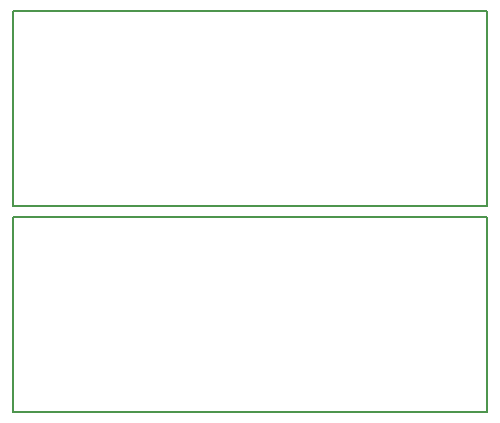
<source format=gko>
G04 Layer_Color=16711935*
%FSLAX43Y43*%
%MOMM*%
G71*
G01*
G75*
%ADD10C,0.203*%
D10*
X23Y17399D02*
X40155D01*
Y33909D01*
X23D02*
X40155D01*
X23Y17399D02*
Y33909D01*
X0Y0D02*
X40132D01*
Y16510D01*
X0D02*
X40132D01*
X0Y0D02*
Y16510D01*
M02*

</source>
